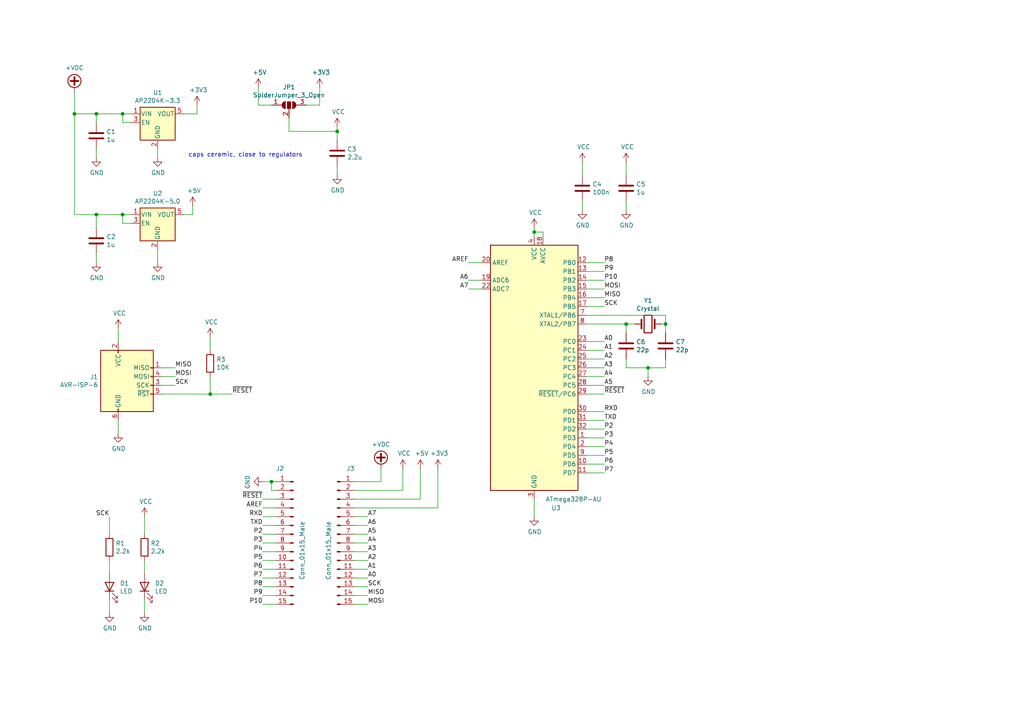
<source format=kicad_sch>
(kicad_sch (version 20211123) (generator eeschema)
  (paper "A4")
  (lib_symbols
    (symbol "Connector:AVR-ISP-6" (pin_names (offset 1.016))
      (property "Reference" "J" (at -6.35 11.43 0))
      (property "Value" "AVR-ISP-6" (at 0 11.43 0))
      (symbol "AVR-ISP-6_0_1"
        (rectangle (start -2.667 -6.858) (end -2.413 -7.62))
        (rectangle (start -2.667 10.16) (end -2.413 9.398))
        (rectangle (start 7.62 -2.413) (end 6.858 -2.667))
        (rectangle (start 7.62 0.127) (end 6.858 -0.127))
        (rectangle (start 7.62 2.667) (end 6.858 2.413))
        (rectangle (start 7.62 5.207) (end 6.858 4.953))
        (rectangle (start 7.62 10.16) (end -7.62 -7.62) (stroke (width 0.254)) (fill (type background)))
      )
      (symbol "AVR-ISP-6_1_1"
        (pin passive line (at 10.16 5.08 180) (length 2.54) (name "MISO") (number "1"))
        (pin passive line (at -2.54 12.7 270) (length 2.54) (name "VCC") (number "2"))
        (pin passive line (at 10.16 0 180) (length 2.54) (name "SCK") (number "3"))
        (pin passive line (at 10.16 2.54 180) (length 2.54) (name "MOSI") (number "4"))
        (pin passive line (at 10.16 -2.54 180) (length 2.54) (name "~{RST}") (number "5"))
        (pin passive line (at -2.54 -10.16 90) (length 2.54) (name "GND") (number "6"))
      )
    )
    (symbol "Connector:Conn_01x15_Male" (pin_names (offset 1.016) hide)
      (property "Reference" "J" (at 0 20.32 0))
      (property "Value" "Conn_01x15_Male" (at 0 -20.32 0))
      (symbol "Conn_01x15_Male_1_1"
        (polyline (pts (xy 1.27 -17.78) (xy 0.8636 -17.78)) (stroke (width 0.1524)))
        (polyline (pts (xy 1.27 -15.24) (xy 0.8636 -15.24)) (stroke (width 0.1524)))
        (polyline (pts (xy 1.27 -12.7) (xy 0.8636 -12.7)) (stroke (width 0.1524)))
        (polyline (pts (xy 1.27 -10.16) (xy 0.8636 -10.16)) (stroke (width 0.1524)))
        (polyline (pts (xy 1.27 -7.62) (xy 0.8636 -7.62)) (stroke (width 0.1524)))
        (polyline (pts (xy 1.27 -5.08) (xy 0.8636 -5.08)) (stroke (width 0.1524)))
        (polyline (pts (xy 1.27 -2.54) (xy 0.8636 -2.54)) (stroke (width 0.1524)))
        (polyline (pts (xy 1.27 0) (xy 0.8636 0)) (stroke (width 0.1524)))
        (polyline (pts (xy 1.27 2.54) (xy 0.8636 2.54)) (stroke (width 0.1524)))
        (polyline (pts (xy 1.27 5.08) (xy 0.8636 5.08)) (stroke (width 0.1524)))
        (polyline (pts (xy 1.27 7.62) (xy 0.8636 7.62)) (stroke (width 0.1524)))
        (polyline (pts (xy 1.27 10.16) (xy 0.8636 10.16)) (stroke (width 0.1524)))
        (polyline (pts (xy 1.27 12.7) (xy 0.8636 12.7)) (stroke (width 0.1524)))
        (polyline (pts (xy 1.27 15.24) (xy 0.8636 15.24)) (stroke (width 0.1524)))
        (polyline (pts (xy 1.27 17.78) (xy 0.8636 17.78)) (stroke (width 0.1524)))
        (rectangle (start 0.8636 -17.653) (end 0 -17.907) (stroke (width 0.1524)) (fill (type outline)))
        (rectangle (start 0.8636 -15.113) (end 0 -15.367) (stroke (width 0.1524)) (fill (type outline)))
        (rectangle (start 0.8636 -12.573) (end 0 -12.827) (stroke (width 0.1524)) (fill (type outline)))
        (rectangle (start 0.8636 -10.033) (end 0 -10.287) (stroke (width 0.1524)) (fill (type outline)))
        (rectangle (start 0.8636 -7.493) (end 0 -7.747) (stroke (width 0.1524)) (fill (type outline)))
        (rectangle (start 0.8636 -4.953) (end 0 -5.207) (stroke (width 0.1524)) (fill (type outline)))
        (rectangle (start 0.8636 -2.413) (end 0 -2.667) (stroke (width 0.1524)) (fill (type outline)))
        (rectangle (start 0.8636 0.127) (end 0 -0.127) (stroke (width 0.1524)) (fill (type outline)))
        (rectangle (start 0.8636 2.667) (end 0 2.413) (stroke (width 0.1524)) (fill (type outline)))
        (rectangle (start 0.8636 5.207) (end 0 4.953) (stroke (width 0.1524)) (fill (type outline)))
        (rectangle (start 0.8636 7.747) (end 0 7.493) (stroke (width 0.1524)) (fill (type outline)))
        (rectangle (start 0.8636 10.287) (end 0 10.033) (stroke (width 0.1524)) (fill (type outline)))
        (rectangle (start 0.8636 12.827) (end 0 12.573) (stroke (width 0.1524)) (fill (type outline)))
        (rectangle (start 0.8636 15.367) (end 0 15.113) (stroke (width 0.1524)) (fill (type outline)))
        (rectangle (start 0.8636 17.907) (end 0 17.653) (stroke (width 0.1524)) (fill (type outline)))
        (pin passive line (at 5.08 17.78 180) (length 3.81) (name "Pin_1") (number "1"))
        (pin passive line (at 5.08 -5.08 180) (length 3.81) (name "Pin_10") (number "10"))
        (pin passive line (at 5.08 -7.62 180) (length 3.81) (name "Pin_11") (number "11"))
        (pin passive line (at 5.08 -10.16 180) (length 3.81) (name "Pin_12") (number "12"))
        (pin passive line (at 5.08 -12.7 180) (length 3.81) (name "Pin_13") (number "13"))
        (pin passive line (at 5.08 -15.24 180) (length 3.81) (name "Pin_14") (number "14"))
        (pin passive line (at 5.08 -17.78 180) (length 3.81) (name "Pin_15") (number "15"))
        (pin passive line (at 5.08 15.24 180) (length 3.81) (name "Pin_2") (number "2"))
        (pin passive line (at 5.08 12.7 180) (length 3.81) (name "Pin_3") (number "3"))
        (pin passive line (at 5.08 10.16 180) (length 3.81) (name "Pin_4") (number "4"))
        (pin passive line (at 5.08 7.62 180) (length 3.81) (name "Pin_5") (number "5"))
        (pin passive line (at 5.08 5.08 180) (length 3.81) (name "Pin_6") (number "6"))
        (pin passive line (at 5.08 2.54 180) (length 3.81) (name "Pin_7") (number "7"))
        (pin passive line (at 5.08 0 180) (length 3.81) (name "Pin_8") (number "8"))
        (pin passive line (at 5.08 -2.54 180) (length 3.81) (name "Pin_9") (number "9"))
      )
    )
    (symbol "Device:C" (pin_numbers hide) (pin_names (offset 0.254))
      (property "Reference" "C" (at 0.635 2.54 0))
      (property "Value" "C" (at 0.635 -2.54 0))
      (symbol "C_0_1"
        (polyline (pts (xy -2.032 -0.762) (xy 2.032 -0.762)) (stroke (width 0.508)))
        (polyline (pts (xy -2.032 0.762) (xy 2.032 0.762)) (stroke (width 0.508)))
      )
      (symbol "C_1_1"
        (pin passive line (at 0 3.81 270) (length 2.794) (name "~") (number "1"))
        (pin passive line (at 0 -3.81 90) (length 2.794) (name "~") (number "2"))
      )
    )
    (symbol "Device:Crystal" (pin_numbers hide) (pin_names (offset 1.016) hide)
      (property "Reference" "Y" (at 0 3.81 0))
      (property "Value" "Crystal" (at 0 -3.81 0))
      (symbol "Crystal_0_1"
        (rectangle (start -1.143 2.54) (end 1.143 -2.54) (stroke (width 0.3048)))
        (polyline (pts (xy -2.54 0) (xy -1.905 0)))
        (polyline (pts (xy -1.905 -1.27) (xy -1.905 1.27)) (stroke (width 0.508)))
        (polyline (pts (xy 1.905 -1.27) (xy 1.905 1.27)) (stroke (width 0.508)))
        (polyline (pts (xy 2.54 0) (xy 1.905 0)))
      )
      (symbol "Crystal_1_1"
        (pin passive line (at -3.81 0 0) (length 1.27) (name "1") (number "1"))
        (pin passive line (at 3.81 0 180) (length 1.27) (name "2") (number "2"))
      )
    )
    (symbol "Device:LED" (pin_numbers hide) (pin_names (offset 1.016) hide)
      (property "Reference" "D" (at 0 2.54 0))
      (property "Value" "LED" (at 0 -2.54 0))
      (symbol "LED_0_1"
        (polyline (pts (xy -1.27 -1.27) (xy -1.27 1.27)) (stroke (width 0.254)))
        (polyline (pts (xy -1.27 0) (xy 1.27 0)))
        (polyline (pts (xy 1.27 -1.27) (xy 1.27 1.27) (xy -1.27 0) (xy 1.27 -1.27)) (stroke (width 0.254)))
        (polyline (pts (xy -3.048 -0.762) (xy -4.572 -2.286) (xy -3.81 -2.286) (xy -4.572 -2.286) (xy -4.572 -1.524)))
        (polyline (pts (xy -1.778 -0.762) (xy -3.302 -2.286) (xy -2.54 -2.286) (xy -3.302 -2.286) (xy -3.302 -1.524)))
      )
      (symbol "LED_1_1"
        (pin passive line (at -3.81 0 0) (length 2.54) (name "K") (number "1"))
        (pin passive line (at 3.81 0 180) (length 2.54) (name "A") (number "2"))
      )
    )
    (symbol "Device:R" (pin_numbers hide) (pin_names (offset 0))
      (property "Reference" "R" (at 2.032 0 90))
      (property "Value" "R" (at 0 0 90))
      (symbol "R_0_1"
        (rectangle (start -1.016 -2.54) (end 1.016 2.54) (stroke (width 0.254)))
      )
      (symbol "R_1_1"
        (pin passive line (at 0 3.81 270) (length 1.27) (name "~") (number "1"))
        (pin passive line (at 0 -3.81 90) (length 1.27) (name "~") (number "2"))
      )
    )
    (symbol "bareduino-rescue:+3.3V-power" (power) (pin_names (offset 0))
      (property "Value" "+3.3V-power" (at 0 3.556 0))
      (symbol "+3.3V-power_0_1"
        (polyline (pts (xy -0.762 1.27) (xy 0 2.54)))
        (polyline (pts (xy 0 0) (xy 0 2.54)))
        (polyline (pts (xy 0 2.54) (xy 0.762 1.27)))
      )
      (symbol "+3.3V-power_1_1"
        (pin power_in line (at 0 0 90) (length 0) hide (name "+3V3") (number "1"))
      )
    )
    (symbol "bareduino-rescue:AP2204K-3.3-Regulator_Linear" (pin_names (offset 0.254))
      (property "Reference" "U" (at -5.08 5.715 0))
      (property "Value" "AP2204K-3.3-Regulator_Linear" (at 0 5.715 0))
      (symbol "AP2204K-3.3-Regulator_Linear_0_1"
        (rectangle (start -5.08 4.445) (end 5.08 -5.08) (stroke (width 0.254)) (fill (type background)))
      )
      (symbol "AP2204K-3.3-Regulator_Linear_1_1"
        (pin power_in line (at -7.62 2.54 0) (length 2.54) (name "VIN") (number "1"))
        (pin power_in line (at 0 -7.62 90) (length 2.54) (name "GND") (number "2"))
        (pin input line (at -7.62 0 0) (length 2.54) (name "EN") (number "3"))
        (pin no_connect line (at 7.62 0 180) (length 2.54) hide (name "NC") (number "4"))
        (pin power_out line (at 7.62 2.54 180) (length 2.54) (name "VOUT") (number "5"))
      )
    )
    (symbol "bareduino-rescue:AP2204K-5.0-Regulator_Linear" (pin_names (offset 0.254))
      (property "Reference" "U" (at -5.08 5.715 0))
      (property "Value" "AP2204K-5.0-Regulator_Linear" (at 0 5.715 0))
      (symbol "AP2204K-5.0-Regulator_Linear_0_1"
        (rectangle (start -5.08 4.445) (end 5.08 -5.08) (stroke (width 0.254)) (fill (type background)))
      )
      (symbol "AP2204K-5.0-Regulator_Linear_1_1"
        (pin power_in line (at -7.62 2.54 0) (length 2.54) (name "VIN") (number "1"))
        (pin power_in line (at 0 -7.62 90) (length 2.54) (name "GND") (number "2"))
        (pin input line (at -7.62 0 0) (length 2.54) (name "EN") (number "3"))
        (pin no_connect line (at 7.62 0 180) (length 2.54) hide (name "NC") (number "4"))
        (pin power_out line (at 7.62 2.54 180) (length 2.54) (name "VOUT") (number "5"))
      )
    )
    (symbol "bareduino-rescue:ATmega328P-AU-MCU_Microchip_ATmega"
      (property "Reference" "U" (at -12.7 36.83 0))
      (property "Value" "ATmega328P-AU-MCU_Microchip_ATmega" (at 2.54 -36.83 0))
      (symbol "ATmega328P-AU-MCU_Microchip_ATmega_0_1"
        (rectangle (start -12.7 -35.56) (end 12.7 35.56) (stroke (width 0.254)) (fill (type background)))
      )
      (symbol "ATmega328P-AU-MCU_Microchip_ATmega_1_1"
        (pin bidirectional line (at 15.24 -20.32 180) (length 2.54) (name "PD3") (number "1"))
        (pin bidirectional line (at 15.24 -27.94 180) (length 2.54) (name "PD6") (number "10"))
        (pin bidirectional line (at 15.24 -30.48 180) (length 2.54) (name "PD7") (number "11"))
        (pin bidirectional line (at 15.24 30.48 180) (length 2.54) (name "PB0") (number "12"))
        (pin bidirectional line (at 15.24 27.94 180) (length 2.54) (name "PB1") (number "13"))
        (pin bidirectional line (at 15.24 25.4 180) (length 2.54) (name "PB2") (number "14"))
        (pin bidirectional line (at 15.24 22.86 180) (length 2.54) (name "PB3") (number "15"))
        (pin bidirectional line (at 15.24 20.32 180) (length 2.54) (name "PB4") (number "16"))
        (pin bidirectional line (at 15.24 17.78 180) (length 2.54) (name "PB5") (number "17"))
        (pin power_in line (at 2.54 38.1 270) (length 2.54) (name "AVCC") (number "18"))
        (pin input line (at -15.24 25.4 0) (length 2.54) (name "ADC6") (number "19"))
        (pin bidirectional line (at 15.24 -22.86 180) (length 2.54) (name "PD4") (number "2"))
        (pin passive line (at -15.24 30.48 0) (length 2.54) (name "AREF") (number "20"))
        (pin passive line (at 0 -38.1 90) (length 2.54) hide (name "GND") (number "21"))
        (pin input line (at -15.24 22.86 0) (length 2.54) (name "ADC7") (number "22"))
        (pin bidirectional line (at 15.24 7.62 180) (length 2.54) (name "PC0") (number "23"))
        (pin bidirectional line (at 15.24 5.08 180) (length 2.54) (name "PC1") (number "24"))
        (pin bidirectional line (at 15.24 2.54 180) (length 2.54) (name "PC2") (number "25"))
        (pin bidirectional line (at 15.24 0 180) (length 2.54) (name "PC3") (number "26"))
        (pin bidirectional line (at 15.24 -2.54 180) (length 2.54) (name "PC4") (number "27"))
        (pin bidirectional line (at 15.24 -5.08 180) (length 2.54) (name "PC5") (number "28"))
        (pin bidirectional line (at 15.24 -7.62 180) (length 2.54) (name "~{RESET}/PC6") (number "29"))
        (pin power_in line (at 0 -38.1 90) (length 2.54) (name "GND") (number "3"))
        (pin bidirectional line (at 15.24 -12.7 180) (length 2.54) (name "PD0") (number "30"))
        (pin bidirectional line (at 15.24 -15.24 180) (length 2.54) (name "PD1") (number "31"))
        (pin bidirectional line (at 15.24 -17.78 180) (length 2.54) (name "PD2") (number "32"))
        (pin power_in line (at 0 38.1 270) (length 2.54) (name "VCC") (number "4"))
        (pin passive line (at 0 -38.1 90) (length 2.54) hide (name "GND") (number "5"))
        (pin passive line (at 0 38.1 270) (length 2.54) hide (name "VCC") (number "6"))
        (pin bidirectional line (at 15.24 15.24 180) (length 2.54) (name "XTAL1/PB6") (number "7"))
        (pin bidirectional line (at 15.24 12.7 180) (length 2.54) (name "XTAL2/PB7") (number "8"))
        (pin bidirectional line (at 15.24 -25.4 180) (length 2.54) (name "PD5") (number "9"))
      )
    )
    (symbol "bareduino-rescue:SolderJumper_3_Open-Jumper" (pin_names (offset 0) hide)
      (property "Reference" "JP" (at -2.54 -2.54 0))
      (property "Value" "SolderJumper_3_Open-Jumper" (at 0 2.794 0))
      (symbol "SolderJumper_3_Open-Jumper_0_1"
        (arc (start -1.016 1.016) (mid -2.032 0) (end -1.016 -1.016))
        (arc (start -1.016 1.016) (mid -2.032 0) (end -1.016 -1.016) (fill (type outline)))
        (rectangle (start -0.508 1.016) (end 0.508 -1.016) (fill (type outline)))
        (polyline (pts (xy -2.54 0) (xy -2.032 0)))
        (polyline (pts (xy -1.016 1.016) (xy -1.016 -1.016)))
        (polyline (pts (xy 0 -1.27) (xy 0 -1.016)))
        (polyline (pts (xy 1.016 1.016) (xy 1.016 -1.016)))
        (polyline (pts (xy 2.54 0) (xy 2.032 0)))
        (arc (start 1.016 -1.016) (mid 2.032 0) (end 1.016 1.016))
        (arc (start 1.016 -1.016) (mid 2.032 0) (end 1.016 1.016) (fill (type outline)))
      )
      (symbol "SolderJumper_3_Open-Jumper_1_1"
        (pin passive line (at -5.08 0 0) (length 2.54) (name "A") (number "1"))
        (pin input line (at 0 -3.81 90) (length 2.54) (name "C") (number "2"))
        (pin passive line (at 5.08 0 180) (length 2.54) (name "B") (number "3"))
      )
    )
    (symbol "power:+5V" (power) (pin_names (offset 0))
      (property "Value" "+5V" (at 0 3.556 0))
      (symbol "+5V_0_1"
        (polyline (pts (xy -0.762 1.27) (xy 0 2.54)))
        (polyline (pts (xy 0 0) (xy 0 2.54)))
        (polyline (pts (xy 0 2.54) (xy 0.762 1.27)))
      )
      (symbol "+5V_1_1"
        (pin power_in line (at 0 0 90) (length 0) hide (name "+5V") (number "1"))
      )
    )
    (symbol "power:+VDC" (power) (pin_names (offset 0))
      (property "Value" "+VDC" (at 0 6.35 0))
      (symbol "+VDC_0_1"
        (polyline (pts (xy -1.143 3.175) (xy 1.143 3.175)) (stroke (width 0.508)))
        (polyline (pts (xy 0 0) (xy 0 1.27)))
        (polyline (pts (xy 0 2.032) (xy 0 4.318)) (stroke (width 0.508)))
        (circle (center 0 3.175) (radius 1.905) (stroke (width 0.254)))
      )
      (symbol "+VDC_1_1"
        (pin power_in line (at 0 0 90) (length 0) hide (name "+VDC") (number "1"))
      )
    )
    (symbol "power:GND" (power) (pin_names (offset 0))
      (property "Value" "GND" (at 0 -3.81 0))
      (symbol "GND_0_1"
        (polyline (pts (xy 0 0) (xy 0 -1.27) (xy 1.27 -1.27) (xy 0 -2.54) (xy -1.27 -1.27) (xy 0 -1.27)))
      )
      (symbol "GND_1_1"
        (pin power_in line (at 0 0 270) (length 0) hide (name "GND") (number "1"))
      )
    )
    (symbol "power:VCC" (power) (pin_names (offset 0))
      (property "Value" "VCC" (at 0 3.81 0))
      (symbol "VCC_0_1"
        (polyline (pts (xy -0.762 1.27) (xy 0 2.54)))
        (polyline (pts (xy 0 0) (xy 0 2.54)))
        (polyline (pts (xy 0 2.54) (xy 0.762 1.27)))
      )
      (symbol "VCC_1_1"
        (pin power_in line (at 0 0 90) (length 0) hide (name "VCC") (number "1"))
      )
    )
  )
  (junction (at 154.94 67.31))
  (junction (at 27.94 33.02))
  (junction (at 78.74 139.7))
  (junction (at 181.61 93.98))
  (junction (at 187.96 106.68))
  (junction (at 27.94 62.23))
  (junction (at 193.04 93.98))
  (junction (at 60.96 114.3))
  (junction (at 35.56 62.23))
  (junction (at 21.59 33.02))
  (junction (at 35.56 33.02))
  (junction (at 97.79 38.1))
  (wire (pts (xy 60.96 109.22) (xy 60.96 114.3)))
  (wire (pts (xy 175.26 88.9) (xy 170.18 88.9)))
  (wire (pts (xy 181.61 104.14) (xy 181.61 106.68)))
  (wire (pts (xy 50.8 109.22) (xy 46.99 109.22)))
  (wire (pts (xy 154.94 67.31) (xy 154.94 68.58)))
  (wire (pts (xy 157.48 67.31) (xy 154.94 67.31)))
  (wire (pts (xy 102.87 160.02) (xy 106.68 160.02)))
  (wire (pts (xy 170.18 111.76) (xy 175.26 111.76)))
  (wire (pts (xy 181.61 96.52) (xy 181.61 93.98)))
  (wire (pts (xy 76.2 157.48) (xy 80.01 157.48)))
  (wire (pts (xy 80.01 170.18) (xy 76.2 170.18)))
  (wire (pts (xy 170.18 86.36) (xy 175.26 86.36)))
  (wire (pts (xy 181.61 93.98) (xy 184.15 93.98)))
  (wire (pts (xy 175.26 109.22) (xy 170.18 109.22)))
  (wire (pts (xy 41.91 149.86) (xy 41.91 154.94)))
  (wire (pts (xy 60.96 114.3) (xy 67.31 114.3)))
  (wire (pts (xy 175.26 104.14) (xy 170.18 104.14)))
  (wire (pts (xy 181.61 106.68) (xy 187.96 106.68)))
  (wire (pts (xy 55.88 62.23) (xy 53.34 62.23)))
  (wire (pts (xy 106.68 175.26) (xy 102.87 175.26)))
  (wire (pts (xy 41.91 162.56) (xy 41.91 166.37)))
  (wire (pts (xy 187.96 106.68) (xy 193.04 106.68)))
  (wire (pts (xy 80.01 144.78) (xy 76.2 144.78)))
  (wire (pts (xy 76.2 167.64) (xy 80.01 167.64)))
  (wire (pts (xy 27.94 62.23) (xy 35.56 62.23)))
  (wire (pts (xy 83.82 38.1) (xy 97.79 38.1)))
  (wire (pts (xy 60.96 97.79) (xy 60.96 101.6)))
  (wire (pts (xy 139.7 81.28) (xy 135.89 81.28)))
  (wire (pts (xy 83.82 38.1) (xy 83.82 34.29)))
  (wire (pts (xy 57.15 33.02) (xy 53.34 33.02)))
  (wire (pts (xy 170.18 121.92) (xy 175.26 121.92)))
  (wire (pts (xy 175.26 129.54) (xy 170.18 129.54)))
  (wire (pts (xy 175.26 101.6) (xy 170.18 101.6)))
  (wire (pts (xy 27.94 33.02) (xy 35.56 33.02)))
  (wire (pts (xy 121.92 144.78) (xy 102.87 144.78)))
  (wire (pts (xy 35.56 64.77) (xy 35.56 62.23)))
  (wire (pts (xy 76.2 172.72) (xy 80.01 172.72)))
  (wire (pts (xy 38.1 64.77) (xy 35.56 64.77)))
  (wire (pts (xy 38.1 35.56) (xy 35.56 35.56)))
  (wire (pts (xy 175.26 119.38) (xy 170.18 119.38)))
  (wire (pts (xy 175.26 99.06) (xy 170.18 99.06)))
  (wire (pts (xy 102.87 165.1) (xy 106.68 165.1)))
  (wire (pts (xy 110.49 135.89) (xy 110.49 139.7)))
  (wire (pts (xy 170.18 91.44) (xy 193.04 91.44)))
  (wire (pts (xy 31.75 177.8) (xy 31.75 173.99)))
  (wire (pts (xy 45.72 45.72) (xy 45.72 43.18)))
  (wire (pts (xy 154.94 66.04) (xy 154.94 67.31)))
  (wire (pts (xy 76.2 147.32) (xy 80.01 147.32)))
  (wire (pts (xy 168.91 58.42) (xy 168.91 60.96)))
  (wire (pts (xy 27.94 66.04) (xy 27.94 62.23)))
  (wire (pts (xy 27.94 33.02) (xy 27.94 35.56)))
  (wire (pts (xy 21.59 62.23) (xy 27.94 62.23)))
  (wire (pts (xy 135.89 76.2) (xy 139.7 76.2)))
  (wire (pts (xy 175.26 114.3) (xy 170.18 114.3)))
  (wire (pts (xy 34.29 125.73) (xy 34.29 121.92)))
  (wire (pts (xy 170.18 127) (xy 175.26 127)))
  (wire (pts (xy 170.18 137.16) (xy 175.26 137.16)))
  (wire (pts (xy 31.75 162.56) (xy 31.75 166.37)))
  (wire (pts (xy 157.48 68.58) (xy 157.48 67.31)))
  (wire (pts (xy 46.99 111.76) (xy 50.8 111.76)))
  (wire (pts (xy 110.49 139.7) (xy 102.87 139.7)))
  (wire (pts (xy 106.68 167.64) (xy 102.87 167.64)))
  (wire (pts (xy 80.01 149.86) (xy 76.2 149.86)))
  (wire (pts (xy 181.61 93.98) (xy 170.18 93.98)))
  (wire (pts (xy 193.04 106.68) (xy 193.04 104.14)))
  (wire (pts (xy 116.84 142.24) (xy 116.84 135.89)))
  (wire (pts (xy 193.04 96.52) (xy 193.04 93.98)))
  (wire (pts (xy 92.71 30.48) (xy 88.9 30.48)))
  (wire (pts (xy 46.99 114.3) (xy 60.96 114.3)))
  (wire (pts (xy 106.68 170.18) (xy 102.87 170.18)))
  (wire (pts (xy 181.61 46.99) (xy 181.61 50.8)))
  (wire (pts (xy 80.01 165.1) (xy 76.2 165.1)))
  (wire (pts (xy 97.79 38.1) (xy 97.79 36.83)))
  (wire (pts (xy 102.87 142.24) (xy 116.84 142.24)))
  (wire (pts (xy 175.26 78.74) (xy 170.18 78.74)))
  (wire (pts (xy 45.72 76.2) (xy 45.72 72.39)))
  (wire (pts (xy 55.88 59.69) (xy 55.88 62.23)))
  (wire (pts (xy 57.15 30.48) (xy 57.15 33.02)))
  (wire (pts (xy 34.29 95.25) (xy 34.29 99.06)))
  (wire (pts (xy 170.18 81.28) (xy 175.26 81.28)))
  (wire (pts (xy 35.56 33.02) (xy 38.1 33.02)))
  (wire (pts (xy 78.74 30.48) (xy 74.93 30.48)))
  (wire (pts (xy 106.68 152.4) (xy 102.87 152.4)))
  (wire (pts (xy 76.2 162.56) (xy 80.01 162.56)))
  (wire (pts (xy 106.68 162.56) (xy 102.87 162.56)))
  (wire (pts (xy 187.96 109.22) (xy 187.96 106.68)))
  (wire (pts (xy 170.18 76.2) (xy 175.26 76.2)))
  (wire (pts (xy 80.01 142.24) (xy 78.74 142.24)))
  (wire (pts (xy 78.74 139.7) (xy 80.01 139.7)))
  (wire (pts (xy 35.56 62.23) (xy 38.1 62.23)))
  (wire (pts (xy 170.18 106.68) (xy 175.26 106.68)))
  (wire (pts (xy 168.91 46.99) (xy 168.91 50.8)))
  (wire (pts (xy 175.26 124.46) (xy 170.18 124.46)))
  (wire (pts (xy 76.2 152.4) (xy 80.01 152.4)))
  (wire (pts (xy 127 147.32) (xy 102.87 147.32)))
  (wire (pts (xy 135.89 83.82) (xy 139.7 83.82)))
  (wire (pts (xy 35.56 35.56) (xy 35.56 33.02)))
  (wire (pts (xy 27.94 43.18) (xy 27.94 45.72)))
  (wire (pts (xy 92.71 25.4) (xy 92.71 30.48)))
  (wire (pts (xy 102.87 172.72) (xy 106.68 172.72)))
  (wire (pts (xy 102.87 149.86) (xy 106.68 149.86)))
  (wire (pts (xy 78.74 142.24) (xy 78.74 139.7)))
  (wire (pts (xy 80.01 154.94) (xy 76.2 154.94)))
  (wire (pts (xy 193.04 93.98) (xy 191.77 93.98)))
  (wire (pts (xy 193.04 91.44) (xy 193.04 93.98)))
  (wire (pts (xy 27.94 73.66) (xy 27.94 76.2)))
  (wire (pts (xy 175.26 83.82) (xy 170.18 83.82)))
  (wire (pts (xy 170.18 132.08) (xy 175.26 132.08)))
  (wire (pts (xy 31.75 149.86) (xy 31.75 154.94)))
  (wire (pts (xy 50.8 106.68) (xy 46.99 106.68)))
  (wire (pts (xy 41.91 177.8) (xy 41.91 173.99)))
  (wire (pts (xy 121.92 135.89) (xy 121.92 144.78)))
  (wire (pts (xy 97.79 40.64) (xy 97.79 38.1)))
  (wire (pts (xy 21.59 33.02) (xy 27.94 33.02)))
  (wire (pts (xy 97.79 48.26) (xy 97.79 50.8)))
  (wire (pts (xy 76.2 139.7) (xy 78.74 139.7)))
  (wire (pts (xy 21.59 33.02) (xy 21.59 62.23)))
  (wire (pts (xy 74.93 30.48) (xy 74.93 25.4)))
  (wire (pts (xy 106.68 157.48) (xy 102.87 157.48)))
  (wire (pts (xy 21.59 26.67) (xy 21.59 33.02)))
  (wire (pts (xy 181.61 58.42) (xy 181.61 60.96)))
  (wire (pts (xy 154.94 149.86) (xy 154.94 144.78)))
  (wire (pts (xy 80.01 175.26) (xy 76.2 175.26)))
  (wire (pts (xy 80.01 160.02) (xy 76.2 160.02)))
  (wire (pts (xy 175.26 134.62) (xy 170.18 134.62)))
  (wire (pts (xy 102.87 154.94) (xy 106.68 154.94)))
  (wire (pts (xy 127 135.89) (xy 127 147.32)))
  (text "caps ceramic, close to regulators" (at 54.61 45.72 0) (effects (font (size 1.27 1.27)) (justify left bottom)))
  (label "TXD" (at 76.2 152.4 180))
  (label "P6" (at 175.26 134.62 0))
  (label "P5" (at 76.2 162.56 180))
  (label "MOSI" (at 106.68 175.26 0))
  (label "P2" (at 76.2 154.94 180))
  (label "A1" (at 106.68 165.1 0))
  (label "A3" (at 175.26 106.68 0))
  (label "P7" (at 76.2 167.64 180))
  (label "P4" (at 175.26 129.54 0))
  (label "~{RESET}" (at 175.26 114.3 0))
  (label "A4" (at 106.68 157.48 0))
  (label "RXD" (at 76.2 149.86 180))
  (label "A0" (at 106.68 167.64 0))
  (label "P3" (at 76.2 157.48 180))
  (label "A2" (at 175.26 104.14 0))
  (label "A7" (at 135.89 83.82 180))
  (label "P8" (at 175.26 76.2 0))
  (label "A2" (at 106.68 162.56 0))
  (label "A3" (at 106.68 160.02 0))
  (label "MOSI" (at 50.8 109.22 0))
  (label "MISO" (at 50.8 106.68 0))
  (label "P4" (at 76.2 160.02 180))
  (label "MISO" (at 106.68 172.72 0))
  (label "SCK" (at 50.8 111.76 0))
  (label "A0" (at 175.26 99.06 0))
  (label "MISO" (at 175.26 86.36 0))
  (label "P3" (at 175.26 127 0))
  (label "P7" (at 175.26 137.16 0))
  (label "P8" (at 76.2 170.18 180))
  (label "P6" (at 76.2 165.1 180))
  (label "A7" (at 106.68 149.86 0))
  (label "SCK" (at 31.75 149.86 180))
  (label "A6" (at 135.89 81.28 180))
  (label "MOSI" (at 175.26 83.82 0))
  (label "P2" (at 175.26 124.46 0))
  (label "~{RESET}" (at 76.2 144.78 180))
  (label "A1" (at 175.26 101.6 0))
  (label "P10" (at 175.26 81.28 0))
  (label "P9" (at 76.2 172.72 180))
  (label "AREF" (at 76.2 147.32 180))
  (label "SCK" (at 175.26 88.9 0))
  (label "TXD" (at 175.26 121.92 0))
  (label "AREF" (at 135.89 76.2 180))
  (label "P9" (at 175.26 78.74 0))
  (label "P5" (at 175.26 132.08 0))
  (label "SCK" (at 106.68 170.18 0))
  (label "A5" (at 106.68 154.94 0))
  (label "A6" (at 106.68 152.4 0))
  (label "~{RESET}" (at 67.31 114.3 0))
  (label "RXD" (at 175.26 119.38 0))
  (label "A5" (at 175.26 111.76 0))
  (label "P10" (at 76.2 175.26 180))
  (label "A4" (at 175.26 109.22 0))
  (symbol (lib_id "bareduino-rescue:ATmega328P-AU-MCU_Microchip_ATmega") (at 154.94 106.68 0) (unit 1)
    (property "Reference" "U3" (at 161.29 147.32 0))
    (property "Value" "ATmega328P-AU" (at 166.37 144.78 0))
    (property "Footprint" "Package_QFP:TQFP-32_7x7mm_P0.8mm" (effects hide))
    (property "Datasheet" "http://ww1.microchip.com/downloads/en/DeviceDoc/ATmega328_P%20AVR%20MCU%20with%20picoPower%20Technology%20Data%20Sheet%2040001984A.pdf" (effects hide))
  )
  (symbol (lib_id "Device:Crystal") (at 187.96 93.98 0) (unit 1)
    (property "Reference" "Y1" (at 187.96 87.1728 0))
    (property "Value" "Crystal" (at 187.96 89.4842 0))
    (property "Footprint" "Crystal:Crystal_HC49-U_Vertical" (effects hide))
  )
  (symbol (lib_id "Device:C") (at 181.61 100.33 0) (unit 1)
    (property "Reference" "C6" (at 184.531 99.1616 0) (effects (justify left)))
    (property "Value" "22p" (at 184.531 101.473 0) (effects (justify left)))
    (property "Footprint" "kicad-official/Capacitor_SMD.pretty:C_0603_1608Metric" (effects hide))
  )
  (symbol (lib_id "Device:C") (at 193.04 100.33 0) (unit 1)
    (property "Reference" "C7" (at 195.961 99.1616 0) (effects (justify left)))
    (property "Value" "22p" (at 195.961 101.473 0) (effects (justify left)))
    (property "Footprint" "kicad-official/Capacitor_SMD.pretty:C_0603_1608Metric" (effects hide))
  )
  (symbol (lib_id "bareduino-rescue:AP2204K-5.0-Regulator_Linear") (at 45.72 64.77 0) (unit 1)
    (property "Reference" "U2" (at 45.72 56.0832 0))
    (property "Value" "AP2204K-5.0" (at 45.72 58.3946 0))
    (property "Footprint" "Package_TO_SOT_SMD:SOT-23-5" (effects hide))
    (property "Datasheet" "https://www.diodes.com/assets/Datasheets/AP2204.pdf" (effects hide))
  )
  (symbol (lib_id "Connector:AVR-ISP-6") (at 36.83 111.76 0) (unit 1)
    (property "Reference" "J1" (at 28.4734 109.3216 0) (effects (justify right)))
    (property "Value" "AVR-ISP-6" (at 28.4734 111.633 0) (effects (justify right)))
    (property "Footprint" "Connector_PinHeader_2.54mm:PinHeader_2x03_P2.54mm_Vertical" (effects hide))
    (property "Datasheet" " ~" (effects hide))
  )
  (symbol (lib_id "Device:C") (at 27.94 69.85 0) (unit 1)
    (property "Reference" "C2" (at 30.861 68.6816 0) (effects (justify left)))
    (property "Value" "1u" (at 30.861 70.993 0) (effects (justify left)))
    (property "Footprint" "kicad-official/Capacitor_SMD.pretty:C_0603_1608Metric" (effects hide))
  )
  (symbol (lib_id "power:GND") (at 187.96 109.22 0) (unit 1)
    (property "Reference" "#PWR029" (effects hide))
    (property "Value" "GND" (at 188.087 113.6142 0))
  )
  (symbol (lib_id "power:GND") (at 45.72 76.2 0) (unit 1)
    (property "Reference" "#PWR010" (effects hide))
    (property "Value" "GND" (at 45.847 80.5942 0))
  )
  (symbol (lib_id "power:GND") (at 27.94 76.2 0) (unit 1)
    (property "Reference" "#PWR03" (effects hide))
    (property "Value" "GND" (at 28.067 80.5942 0))
  )
  (symbol (lib_id "power:GND") (at 154.94 149.86 0) (unit 1)
    (property "Reference" "#PWR024" (effects hide))
    (property "Value" "GND" (at 155.067 154.2542 0))
  )
  (symbol (lib_id "power:GND") (at 45.72 45.72 0) (unit 1)
    (property "Reference" "#PWR09" (effects hide))
    (property "Value" "GND" (at 45.847 50.1142 0))
  )
  (symbol (lib_id "power:+VDC") (at 21.59 26.67 0) (unit 1)
    (property "Reference" "#PWR01" (effects hide))
    (property "Value" "+VDC" (at 21.59 19.685 0))
  )
  (symbol (lib_id "bareduino-rescue:+3.3V-power") (at 57.15 30.48 0) (unit 1)
    (property "Reference" "#PWR012" (effects hide))
    (property "Value" "+3.3V" (at 57.531 26.0858 0))
  )
  (symbol (lib_id "power:+5V") (at 55.88 59.69 0) (unit 1)
    (property "Reference" "#PWR011" (effects hide))
    (property "Value" "+5V" (at 56.261 55.2958 0))
  )
  (symbol (lib_id "power:GND") (at 97.79 50.8 0) (unit 1)
    (property "Reference" "#PWR018" (effects hide))
    (property "Value" "GND" (at 97.917 55.1942 0))
  )
  (symbol (lib_id "power:VCC") (at 97.79 36.83 0) (unit 1)
    (property "Reference" "#PWR017" (effects hide))
    (property "Value" "VCC" (at 98.171 32.4358 0))
  )
  (symbol (lib_id "power:VCC") (at 154.94 66.04 0) (unit 1)
    (property "Reference" "#PWR023" (effects hide))
    (property "Value" "VCC" (at 155.321 61.6458 0))
  )
  (symbol (lib_id "Device:C") (at 97.79 44.45 0) (unit 1)
    (property "Reference" "C3" (at 100.711 43.2816 0) (effects (justify left)))
    (property "Value" "2.2u" (at 100.711 45.593 0) (effects (justify left)))
    (property "Footprint" "kicad-official/Capacitor_SMD.pretty:C_0603_1608Metric" (effects hide))
  )
  (symbol (lib_id "power:GND") (at 34.29 125.73 0) (unit 1)
    (property "Reference" "#PWR06" (effects hide))
    (property "Value" "GND" (at 34.417 130.1242 0))
  )
  (symbol (lib_id "power:VCC") (at 34.29 95.25 0) (unit 1)
    (property "Reference" "#PWR05" (effects hide))
    (property "Value" "VCC" (at 34.671 90.8558 0))
  )
  (symbol (lib_id "Device:R") (at 60.96 105.41 0) (unit 1)
    (property "Reference" "R3" (at 62.738 104.2416 0) (effects (justify left)))
    (property "Value" "10K" (at 62.738 106.553 0) (effects (justify left)))
    (property "Footprint" "kicad-official/Resistor_SMD.pretty:R_0603_1608Metric" (effects hide))
  )
  (symbol (lib_id "power:VCC") (at 60.96 97.79 0) (unit 1)
    (property "Reference" "#PWR013" (effects hide))
    (property "Value" "VCC" (at 61.341 93.3958 0))
  )
  (symbol (lib_id "power:+5V") (at 74.93 25.4 0) (unit 1)
    (property "Reference" "#PWR014" (effects hide))
    (property "Value" "+5V" (at 75.311 21.0058 0))
  )
  (symbol (lib_id "bareduino-rescue:+3.3V-power") (at 92.71 25.4 0) (unit 1)
    (property "Reference" "#PWR016" (effects hide))
    (property "Value" "+3.3V" (at 93.091 21.0058 0))
  )
  (symbol (lib_id "Device:R") (at 41.91 158.75 0) (unit 1)
    (property "Reference" "R2" (at 43.688 157.5816 0) (effects (justify left)))
    (property "Value" "2.2k" (at 43.688 159.893 0) (effects (justify left)))
    (property "Footprint" "kicad-official/Resistor_SMD.pretty:R_0603_1608Metric" (effects hide))
  )
  (symbol (lib_id "Device:LED") (at 41.91 170.18 90) (unit 1)
    (property "Reference" "D2" (at 44.9072 169.1894 90) (effects (justify right)))
    (property "Value" "LED" (at 44.9072 171.5008 90) (effects (justify right)))
    (property "Footprint" "kicad-official/LED_SMD.pretty:LED_0603_1608Metric" (effects hide))
  )
  (symbol (lib_id "power:GND") (at 41.91 177.8 0) (unit 1)
    (property "Reference" "#PWR08" (effects hide))
    (property "Value" "GND" (at 42.037 182.1942 0))
  )
  (symbol (lib_id "power:VCC") (at 41.91 149.86 0) (unit 1)
    (property "Reference" "#PWR07" (effects hide))
    (property "Value" "VCC" (at 42.291 145.4658 0))
  )
  (symbol (lib_id "Device:R") (at 31.75 158.75 0) (unit 1)
    (property "Reference" "R1" (at 33.528 157.5816 0) (effects (justify left)))
    (property "Value" "2.2k" (at 33.528 159.893 0) (effects (justify left)))
    (property "Footprint" "kicad-official/Resistor_SMD.pretty:R_0603_1608Metric" (effects hide))
  )
  (symbol (lib_id "Device:LED") (at 31.75 170.18 90) (unit 1)
    (property "Reference" "D1" (at 34.7472 169.1894 90) (effects (justify right)))
    (property "Value" "LED" (at 34.7472 171.5008 90) (effects (justify right)))
    (property "Footprint" "kicad-official/LED_SMD.pretty:LED_0603_1608Metric" (effects hide))
  )
  (symbol (lib_id "power:GND") (at 31.75 177.8 0) (unit 1)
    (property "Reference" "#PWR04" (effects hide))
    (property "Value" "GND" (at 31.877 182.1942 0))
  )
  (symbol (lib_id "power:+VDC") (at 110.49 135.89 0) (unit 1)
    (property "Reference" "#PWR019" (effects hide))
    (property "Value" "+VDC" (at 110.49 128.905 0))
  )
  (symbol (lib_id "power:GND") (at 76.2 139.7 270) (unit 1)
    (property "Reference" "#PWR015" (effects hide))
    (property "Value" "GND" (at 71.8058 139.827 0))
  )
  (symbol (lib_id "power:VCC") (at 116.84 135.89 0) (unit 1)
    (property "Reference" "#PWR020" (effects hide))
    (property "Value" "VCC" (at 117.221 131.4958 0))
  )
  (symbol (lib_id "bareduino-rescue:+3.3V-power") (at 127 135.89 0) (unit 1)
    (property "Reference" "#PWR022" (effects hide))
    (property "Value" "+3.3V" (at 127.381 131.4958 0))
  )
  (symbol (lib_id "power:+5V") (at 121.92 135.89 0) (unit 1)
    (property "Reference" "#PWR021" (effects hide))
    (property "Value" "+5V" (at 122.301 131.4958 0))
  )
  (symbol (lib_id "Connector:Conn_01x15_Male") (at 85.09 157.48 0) (mirror y) (unit 1)
    (property "Reference" "J2" (at 80.01 135.89 0) (effects (justify right)))
    (property "Value" "Conn_01x15_Male" (at 87.63 151.13 90) (effects (justify right)))
    (property "Footprint" "Connector_PinHeader_2.54mm:PinHeader_1x15_P2.54mm_Vertical" (effects hide))
  )
  (symbol (lib_id "Connector:Conn_01x15_Male") (at 97.79 157.48 0) (unit 1)
    (property "Reference" "J3" (at 102.87 135.89 0) (effects (justify right)))
    (property "Value" "Conn_01x15_Male" (at 95.25 151.13 90) (effects (justify right)))
    (property "Footprint" "Connector_PinHeader_2.54mm:PinHeader_1x15_P2.54mm_Vertical" (effects hide))
  )
  (symbol (lib_id "bareduino-rescue:SolderJumper_3_Open-Jumper") (at 83.82 30.48 0) (unit 1)
    (property "Reference" "JP1" (at 83.82 25.273 0))
    (property "Value" "SolderJumper_3_Open" (at 83.82 27.5844 0))
    (property "Footprint" "Jumper:SolderJumper-3_P1.3mm_Open_RoundedPad1.0x1.5mm" (effects hide))
  )
  (symbol (lib_id "bareduino-rescue:AP2204K-3.3-Regulator_Linear") (at 45.72 35.56 0) (unit 1)
    (property "Reference" "U1" (at 45.72 26.8732 0))
    (property "Value" "AP2204K-3.3" (at 45.72 29.1846 0))
    (property "Footprint" "Package_TO_SOT_SMD:SOT-23-5" (effects hide))
    (property "Datasheet" "https://www.diodes.com/assets/Datasheets/AP2204.pdf" (effects hide))
  )
  (symbol (lib_id "Device:C") (at 27.94 39.37 0) (unit 1)
    (property "Reference" "C1" (at 30.861 38.2016 0) (effects (justify left)))
    (property "Value" "1u" (at 30.861 40.513 0) (effects (justify left)))
    (property "Footprint" "kicad-official/Capacitor_SMD.pretty:C_0603_1608Metric" (effects hide))
  )
  (symbol (lib_id "power:VCC") (at 181.61 46.99 0) (unit 1)
    (property "Reference" "#PWR027" (effects hide))
    (property "Value" "VCC" (at 181.991 42.5958 0))
  )
  (symbol (lib_id "power:VCC") (at 168.91 46.99 0) (unit 1)
    (property "Reference" "#PWR025" (effects hide))
    (property "Value" "VCC" (at 169.291 42.5958 0))
  )
  (symbol (lib_id "power:GND") (at 168.91 60.96 0) (unit 1)
    (property "Reference" "#PWR026" (effects hide))
    (property "Value" "GND" (at 169.037 65.3542 0))
  )
  (symbol (lib_id "power:GND") (at 27.94 45.72 0) (unit 1)
    (property "Reference" "#PWR02" (effects hide))
    (property "Value" "GND" (at 28.067 50.1142 0))
  )
  (symbol (lib_id "Device:C") (at 168.91 54.61 0) (unit 1)
    (property "Reference" "C4" (at 171.831 53.4416 0) (effects (justify left)))
    (property "Value" "100n" (at 171.831 55.753 0) (effects (justify left)))
    (property "Footprint" "kicad-official/Capacitor_SMD.pretty:C_0603_1608Metric" (effects hide))
  )
  (symbol (lib_id "Device:C") (at 181.61 54.61 0) (unit 1)
    (property "Reference" "C5" (at 184.531 53.4416 0) (effects (justify left)))
    (property "Value" "1u" (at 184.531 55.753 0) (effects (justify left)))
    (property "Footprint" "kicad-official/Capacitor_SMD.pretty:C_0603_1608Metric" (effects hide))
  )
  (symbol (lib_id "power:GND") (at 181.61 60.96 0) (unit 1)
    (property "Reference" "#PWR028" (effects hide))
    (property "Value" "GND" (at 181.737 65.3542 0))
  )
)
</source>
